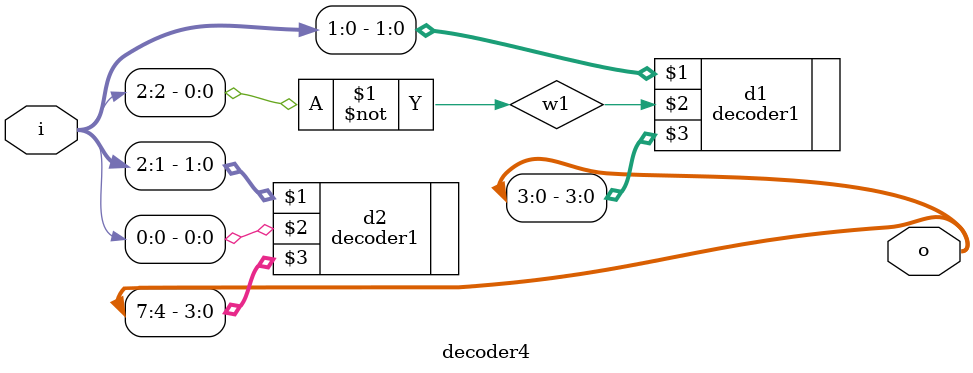
<source format=v>
`timescale 1ns / 1ps


module decoder4(
    input [2:0] i,
    output [7:0] o
    );
    wire w1;
    not g1(w1,i[2]);
    decoder1 d1(i[1:0],w1,o[3:0]);
    decoder1 d2(i[2:1],i[0],o[7:4]);
endmodule

</source>
